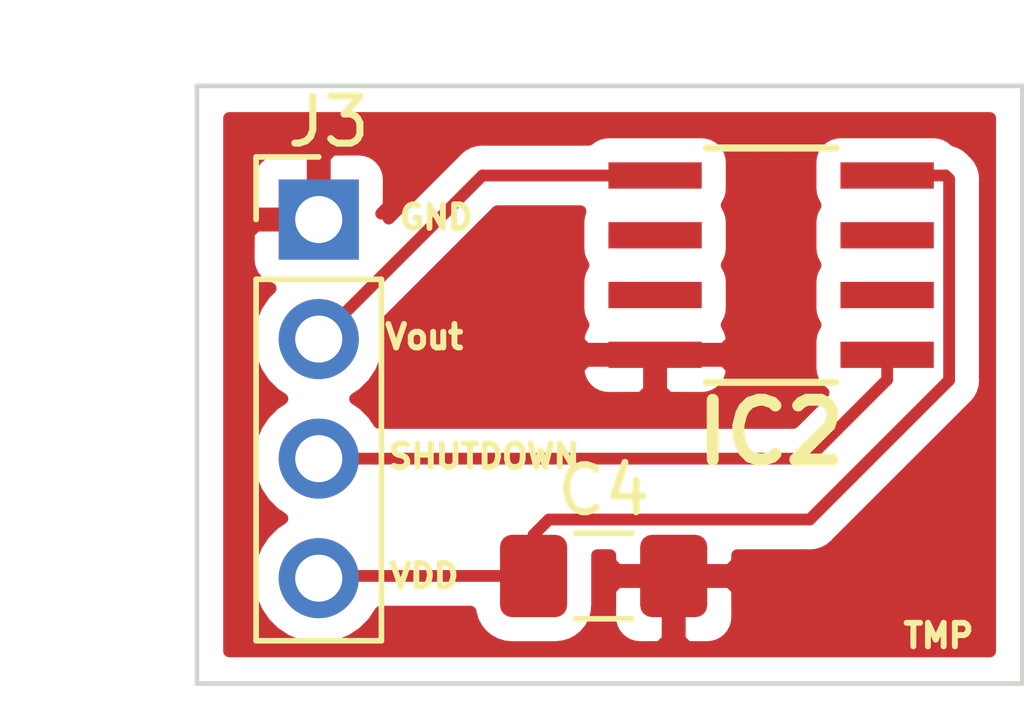
<source format=kicad_pcb>
(kicad_pcb (version 20171130) (host pcbnew "(5.1.5)-3")

  (general
    (thickness 1.6)
    (drawings 9)
    (tracks 15)
    (zones 0)
    (modules 3)
    (nets 9)
  )

  (page A4)
  (layers
    (0 F.Cu signal)
    (31 B.Cu signal)
    (32 B.Adhes user)
    (33 F.Adhes user)
    (34 B.Paste user)
    (35 F.Paste user)
    (36 B.SilkS user)
    (37 F.SilkS user)
    (38 B.Mask user)
    (39 F.Mask user)
    (40 Dwgs.User user)
    (41 Cmts.User user)
    (42 Eco1.User user)
    (43 Eco2.User user)
    (44 Edge.Cuts user)
    (45 Margin user)
    (46 B.CrtYd user)
    (47 F.CrtYd user)
    (48 B.Fab user)
    (49 F.Fab user)
  )

  (setup
    (last_trace_width 0.25)
    (trace_clearance 0.2)
    (zone_clearance 0.508)
    (zone_45_only no)
    (trace_min 0.2)
    (via_size 0.8)
    (via_drill 0.4)
    (via_min_size 0.4)
    (via_min_drill 0.3)
    (uvia_size 0.3)
    (uvia_drill 0.1)
    (uvias_allowed no)
    (uvia_min_size 0.2)
    (uvia_min_drill 0.1)
    (edge_width 0.1)
    (segment_width 0.2)
    (pcb_text_width 0.3)
    (pcb_text_size 1.5 1.5)
    (mod_edge_width 0.15)
    (mod_text_size 1 1)
    (mod_text_width 0.15)
    (pad_size 1.524 1.524)
    (pad_drill 0.762)
    (pad_to_mask_clearance 0)
    (aux_axis_origin 0 0)
    (visible_elements 7FFFFFFF)
    (pcbplotparams
      (layerselection 0x010fc_ffffffff)
      (usegerberextensions false)
      (usegerberattributes false)
      (usegerberadvancedattributes false)
      (creategerberjobfile false)
      (excludeedgelayer true)
      (linewidth 0.100000)
      (plotframeref false)
      (viasonmask false)
      (mode 1)
      (useauxorigin false)
      (hpglpennumber 1)
      (hpglpenspeed 20)
      (hpglpendiameter 15.000000)
      (psnegative false)
      (psa4output false)
      (plotreference true)
      (plotvalue true)
      (plotinvisibletext false)
      (padsonsilk false)
      (subtractmaskfromsilk false)
      (outputformat 1)
      (mirror false)
      (drillshape 0)
      (scaleselection 1)
      (outputdirectory ""))
  )

  (net 0 "")
  (net 1 "Net-(C4-Pad1)")
  (net 2 GND)
  (net 3 "Net-(IC2-Pad1)")
  (net 4 "Net-(IC2-Pad2)")
  (net 5 "Net-(IC2-Pad3)")
  (net 6 "Net-(IC2-Pad5)")
  (net 7 "Net-(IC2-Pad6)")
  (net 8 "Net-(IC2-Pad7)")

  (net_class Default "Dit is de standaard class."
    (clearance 0.2)
    (trace_width 0.25)
    (via_dia 0.8)
    (via_drill 0.4)
    (uvia_dia 0.3)
    (uvia_drill 0.1)
    (add_net GND)
    (add_net "Net-(C4-Pad1)")
    (add_net "Net-(IC2-Pad1)")
    (add_net "Net-(IC2-Pad2)")
    (add_net "Net-(IC2-Pad3)")
    (add_net "Net-(IC2-Pad5)")
    (add_net "Net-(IC2-Pad6)")
    (add_net "Net-(IC2-Pad7)")
  )

  (module Capacitor_SMD:C_1206_3216Metric_Pad1.42x1.75mm_HandSolder (layer F.Cu) (tedit 5B301BBE) (tstamp 6034E2AB)
    (at 75.184 55.626)
    (descr "Capacitor SMD 1206 (3216 Metric), square (rectangular) end terminal, IPC_7351 nominal with elongated pad for handsoldering. (Body size source: http://www.tortai-tech.com/upload/download/2011102023233369053.pdf), generated with kicad-footprint-generator")
    (tags "capacitor handsolder")
    (path /602E0FB3)
    (attr smd)
    (fp_text reference C4 (at 0 -1.82) (layer F.SilkS)
      (effects (font (size 1 1) (thickness 0.15)))
    )
    (fp_text value 100nF (at 0 1.82) (layer F.Fab)
      (effects (font (size 1 1) (thickness 0.15)))
    )
    (fp_line (start -1.6 0.8) (end -1.6 -0.8) (layer F.Fab) (width 0.1))
    (fp_line (start -1.6 -0.8) (end 1.6 -0.8) (layer F.Fab) (width 0.1))
    (fp_line (start 1.6 -0.8) (end 1.6 0.8) (layer F.Fab) (width 0.1))
    (fp_line (start 1.6 0.8) (end -1.6 0.8) (layer F.Fab) (width 0.1))
    (fp_line (start -0.602064 -0.91) (end 0.602064 -0.91) (layer F.SilkS) (width 0.12))
    (fp_line (start -0.602064 0.91) (end 0.602064 0.91) (layer F.SilkS) (width 0.12))
    (fp_line (start -2.45 1.12) (end -2.45 -1.12) (layer F.CrtYd) (width 0.05))
    (fp_line (start -2.45 -1.12) (end 2.45 -1.12) (layer F.CrtYd) (width 0.05))
    (fp_line (start 2.45 -1.12) (end 2.45 1.12) (layer F.CrtYd) (width 0.05))
    (fp_line (start 2.45 1.12) (end -2.45 1.12) (layer F.CrtYd) (width 0.05))
    (fp_text user %R (at 0 0) (layer F.Fab)
      (effects (font (size 0.8 0.8) (thickness 0.12)))
    )
    (pad 1 smd roundrect (at -1.4875 0) (size 1.425 1.75) (layers F.Cu F.Paste F.Mask) (roundrect_rratio 0.175439)
      (net 1 "Net-(C4-Pad1)"))
    (pad 2 smd roundrect (at 1.4875 0) (size 1.425 1.75) (layers F.Cu F.Paste F.Mask) (roundrect_rratio 0.175439)
      (net 2 GND))
    (model ${KISYS3DMOD}/Capacitor_SMD.3dshapes/C_1206_3216Metric.wrl
      (at (xyz 0 0 0))
      (scale (xyz 1 1 1))
      (rotate (xyz 0 0 0))
    )
  )

  (module TMP36GSZ:SOIC127P600X175-8N (layer F.Cu) (tedit 0) (tstamp 6034E2E2)
    (at 78.74 49.022)
    (descr SOIC127P600X175-8N)
    (tags "Integrated Circuit")
    (path /602D05E5)
    (attr smd)
    (fp_text reference IC2 (at 0 3.556) (layer F.SilkS)
      (effects (font (size 1.27 1.27) (thickness 0.254)))
    )
    (fp_text value TMP36GSZ (at -2.794 -7.112) (layer F.SilkS) hide
      (effects (font (size 1.27 1.27) (thickness 0.254)))
    )
    (fp_text user %R (at -3.4544 -4.445) (layer F.Fab)
      (effects (font (size 1.27 1.27) (thickness 0.254)))
    )
    (fp_line (start -2.0066 -1.651) (end -2.0066 -2.159) (layer F.Fab) (width 0.1524))
    (fp_line (start -2.0066 -2.159) (end -3.0988 -2.159) (layer F.Fab) (width 0.1524))
    (fp_line (start -3.0988 -2.159) (end -3.0988 -1.651) (layer F.Fab) (width 0.1524))
    (fp_line (start -3.0988 -1.651) (end -2.0066 -1.651) (layer F.Fab) (width 0.1524))
    (fp_line (start -2.0066 -0.381) (end -2.0066 -0.889) (layer F.Fab) (width 0.1524))
    (fp_line (start -2.0066 -0.889) (end -3.0988 -0.889) (layer F.Fab) (width 0.1524))
    (fp_line (start -3.0988 -0.889) (end -3.0988 -0.381) (layer F.Fab) (width 0.1524))
    (fp_line (start -3.0988 -0.381) (end -2.0066 -0.381) (layer F.Fab) (width 0.1524))
    (fp_line (start -2.0066 0.889) (end -2.0066 0.381) (layer F.Fab) (width 0.1524))
    (fp_line (start -2.0066 0.381) (end -3.0988 0.381) (layer F.Fab) (width 0.1524))
    (fp_line (start -3.0988 0.381) (end -3.0988 0.889) (layer F.Fab) (width 0.1524))
    (fp_line (start -3.0988 0.889) (end -2.0066 0.889) (layer F.Fab) (width 0.1524))
    (fp_line (start -2.0066 2.159) (end -2.0066 1.651) (layer F.Fab) (width 0.1524))
    (fp_line (start -2.0066 1.651) (end -3.0988 1.651) (layer F.Fab) (width 0.1524))
    (fp_line (start -3.0988 1.651) (end -3.0988 2.159) (layer F.Fab) (width 0.1524))
    (fp_line (start -3.0988 2.159) (end -2.0066 2.159) (layer F.Fab) (width 0.1524))
    (fp_line (start 2.0066 1.651) (end 2.0066 2.159) (layer F.Fab) (width 0.1524))
    (fp_line (start 2.0066 2.159) (end 3.0988 2.159) (layer F.Fab) (width 0.1524))
    (fp_line (start 3.0988 2.159) (end 3.0988 1.651) (layer F.Fab) (width 0.1524))
    (fp_line (start 3.0988 1.651) (end 2.0066 1.651) (layer F.Fab) (width 0.1524))
    (fp_line (start 2.0066 0.381) (end 2.0066 0.889) (layer F.Fab) (width 0.1524))
    (fp_line (start 2.0066 0.889) (end 3.0988 0.889) (layer F.Fab) (width 0.1524))
    (fp_line (start 3.0988 0.889) (end 3.0988 0.381) (layer F.Fab) (width 0.1524))
    (fp_line (start 3.0988 0.381) (end 2.0066 0.381) (layer F.Fab) (width 0.1524))
    (fp_line (start 2.0066 -0.889) (end 2.0066 -0.381) (layer F.Fab) (width 0.1524))
    (fp_line (start 2.0066 -0.381) (end 3.0988 -0.381) (layer F.Fab) (width 0.1524))
    (fp_line (start 3.0988 -0.381) (end 3.0988 -0.889) (layer F.Fab) (width 0.1524))
    (fp_line (start 3.0988 -0.889) (end 2.0066 -0.889) (layer F.Fab) (width 0.1524))
    (fp_line (start 2.0066 -2.159) (end 2.0066 -1.651) (layer F.Fab) (width 0.1524))
    (fp_line (start 2.0066 -1.651) (end 3.0988 -1.651) (layer F.Fab) (width 0.1524))
    (fp_line (start 3.0988 -1.651) (end 3.0988 -2.159) (layer F.Fab) (width 0.1524))
    (fp_line (start 3.0988 -2.159) (end 2.0066 -2.159) (layer F.Fab) (width 0.1524))
    (fp_line (start -2.0066 2.4892) (end 2.0066 2.4892) (layer F.Fab) (width 0.1524))
    (fp_line (start 2.0066 2.4892) (end 2.0066 -2.4892) (layer F.Fab) (width 0.1524))
    (fp_line (start 2.0066 -2.4892) (end 0.3048 -2.4892) (layer F.Fab) (width 0.1524))
    (fp_line (start 0.3048 -2.4892) (end -0.3048 -2.4892) (layer F.Fab) (width 0.1524))
    (fp_line (start -0.3048 -2.4892) (end -2.0066 -2.4892) (layer F.Fab) (width 0.1524))
    (fp_line (start -2.0066 -2.4892) (end -2.0066 2.4892) (layer F.Fab) (width 0.1524))
    (fp_line (start -1.3716 2.4892) (end 1.3716 2.4892) (layer F.SilkS) (width 0.1524))
    (fp_line (start 1.3716 -2.4892) (end 0.3048 -2.4892) (layer F.SilkS) (width 0.1524))
    (fp_line (start 0.3048 -2.4892) (end -0.3048 -2.4892) (layer F.SilkS) (width 0.1524))
    (fp_line (start -0.3048 -2.4892) (end -1.3716 -2.4892) (layer F.SilkS) (width 0.1524))
    (pad 1 smd rect (at -2.4638 -1.905 90) (size 0.5588 1.9812) (layers F.Cu F.Paste F.Mask)
      (net 3 "Net-(IC2-Pad1)"))
    (pad 2 smd rect (at -2.4638 -0.635 90) (size 0.5588 1.9812) (layers F.Cu F.Paste F.Mask)
      (net 4 "Net-(IC2-Pad2)"))
    (pad 3 smd rect (at -2.4638 0.635 90) (size 0.5588 1.9812) (layers F.Cu F.Paste F.Mask)
      (net 5 "Net-(IC2-Pad3)"))
    (pad 4 smd rect (at -2.4638 1.905 90) (size 0.5588 1.9812) (layers F.Cu F.Paste F.Mask)
      (net 2 GND))
    (pad 5 smd rect (at 2.4638 1.905 90) (size 0.5588 1.9812) (layers F.Cu F.Paste F.Mask)
      (net 6 "Net-(IC2-Pad5)"))
    (pad 6 smd rect (at 2.4638 0.635 90) (size 0.5588 1.9812) (layers F.Cu F.Paste F.Mask)
      (net 7 "Net-(IC2-Pad6)"))
    (pad 7 smd rect (at 2.4638 -0.635 90) (size 0.5588 1.9812) (layers F.Cu F.Paste F.Mask)
      (net 8 "Net-(IC2-Pad7)"))
    (pad 8 smd rect (at 2.4638 -1.905 90) (size 0.5588 1.9812) (layers F.Cu F.Paste F.Mask)
      (net 1 "Net-(C4-Pad1)"))
  )

  (module Connector_PinHeader_2.54mm:PinHeader_1x04_P2.54mm_Vertical (layer F.Cu) (tedit 59FED5CC) (tstamp 6034E2FA)
    (at 69.135001 48.053001)
    (descr "Through hole straight pin header, 1x04, 2.54mm pitch, single row")
    (tags "Through hole pin header THT 1x04 2.54mm single row")
    (path /6037CB84)
    (fp_text reference J3 (at 0.206999 -2.079001) (layer F.SilkS)
      (effects (font (size 1 1) (thickness 0.15)))
    )
    (fp_text value Conn_01x04_Male (at 0 9.95) (layer F.Fab)
      (effects (font (size 1 1) (thickness 0.15)))
    )
    (fp_line (start -0.635 -1.27) (end 1.27 -1.27) (layer F.Fab) (width 0.1))
    (fp_line (start 1.27 -1.27) (end 1.27 8.89) (layer F.Fab) (width 0.1))
    (fp_line (start 1.27 8.89) (end -1.27 8.89) (layer F.Fab) (width 0.1))
    (fp_line (start -1.27 8.89) (end -1.27 -0.635) (layer F.Fab) (width 0.1))
    (fp_line (start -1.27 -0.635) (end -0.635 -1.27) (layer F.Fab) (width 0.1))
    (fp_line (start -1.33 8.95) (end 1.33 8.95) (layer F.SilkS) (width 0.12))
    (fp_line (start -1.33 1.27) (end -1.33 8.95) (layer F.SilkS) (width 0.12))
    (fp_line (start 1.33 1.27) (end 1.33 8.95) (layer F.SilkS) (width 0.12))
    (fp_line (start -1.33 1.27) (end 1.33 1.27) (layer F.SilkS) (width 0.12))
    (fp_line (start -1.33 0) (end -1.33 -1.33) (layer F.SilkS) (width 0.12))
    (fp_line (start -1.33 -1.33) (end 0 -1.33) (layer F.SilkS) (width 0.12))
    (fp_line (start -1.8 -1.8) (end -1.8 9.4) (layer F.CrtYd) (width 0.05))
    (fp_line (start -1.8 9.4) (end 1.8 9.4) (layer F.CrtYd) (width 0.05))
    (fp_line (start 1.8 9.4) (end 1.8 -1.8) (layer F.CrtYd) (width 0.05))
    (fp_line (start 1.8 -1.8) (end -1.8 -1.8) (layer F.CrtYd) (width 0.05))
    (fp_text user %R (at 0 3.81 90) (layer F.Fab)
      (effects (font (size 1 1) (thickness 0.15)))
    )
    (pad 1 thru_hole rect (at 0 0) (size 1.7 1.7) (drill 1) (layers *.Cu *.Mask)
      (net 2 GND))
    (pad 2 thru_hole oval (at 0 2.54) (size 1.7 1.7) (drill 1) (layers *.Cu *.Mask)
      (net 3 "Net-(IC2-Pad1)"))
    (pad 3 thru_hole oval (at 0 5.08) (size 1.7 1.7) (drill 1) (layers *.Cu *.Mask)
      (net 6 "Net-(IC2-Pad5)"))
    (pad 4 thru_hole oval (at 0 7.62) (size 1.7 1.7) (drill 1) (layers *.Cu *.Mask)
      (net 1 "Net-(C4-Pad1)"))
    (model ${KISYS3DMOD}/Connector_PinHeader_2.54mm.3dshapes/PinHeader_1x04_P2.54mm_Vertical.wrl
      (at (xyz 0 0 0))
      (scale (xyz 1 1 1))
      (rotate (xyz 0 0 0))
    )
  )

  (gr_text TMP (at 82.296 56.896) (layer F.SilkS)
    (effects (font (size 0.5 0.5) (thickness 0.125)))
  )
  (gr_text Vout (at 71.374 50.546) (layer F.SilkS)
    (effects (font (size 0.5 0.5) (thickness 0.125)))
  )
  (gr_text SHUTDOWN (at 72.644 53.086) (layer F.SilkS)
    (effects (font (size 0.5 0.5) (thickness 0.125)))
  )
  (gr_text VDD (at 71.374 55.626) (layer F.SilkS)
    (effects (font (size 0.5 0.5) (thickness 0.125)))
  )
  (gr_text GND (at 71.628 48.006) (layer F.SilkS)
    (effects (font (size 0.5 0.5) (thickness 0.125)))
  )
  (gr_line (start 66.548 57.912) (end 66.548 45.212) (layer Edge.Cuts) (width 0.1) (tstamp 6034E43F))
  (gr_line (start 84.074 57.912) (end 66.548 57.912) (layer Edge.Cuts) (width 0.1))
  (gr_line (start 84.074 45.212) (end 84.074 57.912) (layer Edge.Cuts) (width 0.1))
  (gr_line (start 66.548 45.212) (end 84.074 45.212) (layer Edge.Cuts) (width 0.1))

  (segment (start 69.182002 55.626) (end 69.135001 55.673001) (width 0.25) (layer F.Cu) (net 1))
  (segment (start 73.6965 55.626) (end 69.182002 55.626) (width 0.25) (layer F.Cu) (net 1))
  (segment (start 73.6965 54.751) (end 73.6965 55.626) (width 0.25) (layer F.Cu) (net 1))
  (segment (start 74.02151 54.42599) (end 73.6965 54.751) (width 0.25) (layer F.Cu) (net 1))
  (segment (start 79.559812 54.42599) (end 74.02151 54.42599) (width 0.25) (layer F.Cu) (net 1))
  (segment (start 82.519401 51.466401) (end 79.559812 54.42599) (width 0.25) (layer F.Cu) (net 1))
  (segment (start 82.519401 47.192001) (end 82.519401 51.466401) (width 0.25) (layer F.Cu) (net 1))
  (segment (start 82.4444 47.117) (end 82.519401 47.192001) (width 0.25) (layer F.Cu) (net 1))
  (segment (start 81.2038 47.117) (end 82.4444 47.117) (width 0.25) (layer F.Cu) (net 1))
  (segment (start 72.611002 47.117) (end 69.135001 50.593001) (width 0.25) (layer F.Cu) (net 3))
  (segment (start 76.2762 47.117) (end 72.611002 47.117) (width 0.25) (layer F.Cu) (net 3))
  (segment (start 70.337082 53.133001) (end 69.135001 53.133001) (width 0.25) (layer F.Cu) (net 6))
  (segment (start 79.527199 53.133001) (end 70.337082 53.133001) (width 0.25) (layer F.Cu) (net 6))
  (segment (start 81.2038 51.4564) (end 79.527199 53.133001) (width 0.25) (layer F.Cu) (net 6))
  (segment (start 81.2038 50.927) (end 81.2038 51.4564) (width 0.25) (layer F.Cu) (net 6))

  (zone (net 2) (net_name GND) (layer F.Cu) (tstamp 6036523B) (hatch edge 0.508)
    (connect_pads (clearance 0.508))
    (min_thickness 0.254)
    (fill yes (arc_segments 32) (thermal_gap 0.508) (thermal_bridge_width 0.508))
    (polygon
      (pts
        (xy 83.82 57.658) (xy 66.802 57.658) (xy 66.802 45.466) (xy 83.82 45.466)
      )
    )
    (filled_polygon
      (pts
        (xy 83.389001 57.227) (xy 67.233 57.227) (xy 67.233 48.903001) (xy 67.646929 48.903001) (xy 67.659189 49.027483)
        (xy 67.695499 49.147181) (xy 67.754464 49.257495) (xy 67.833816 49.354186) (xy 67.930507 49.433538) (xy 68.040821 49.492503)
        (xy 68.113381 49.514514) (xy 67.981526 49.646369) (xy 67.819011 49.88959) (xy 67.707069 50.159843) (xy 67.650001 50.446741)
        (xy 67.650001 50.739261) (xy 67.707069 51.026159) (xy 67.819011 51.296412) (xy 67.981526 51.539633) (xy 68.188369 51.746476)
        (xy 68.362761 51.863001) (xy 68.188369 51.979526) (xy 67.981526 52.186369) (xy 67.819011 52.42959) (xy 67.707069 52.699843)
        (xy 67.650001 52.986741) (xy 67.650001 53.279261) (xy 67.707069 53.566159) (xy 67.819011 53.836412) (xy 67.981526 54.079633)
        (xy 68.188369 54.286476) (xy 68.362761 54.403001) (xy 68.188369 54.519526) (xy 67.981526 54.726369) (xy 67.819011 54.96959)
        (xy 67.707069 55.239843) (xy 67.650001 55.526741) (xy 67.650001 55.819261) (xy 67.707069 56.106159) (xy 67.819011 56.376412)
        (xy 67.981526 56.619633) (xy 68.188369 56.826476) (xy 68.43159 56.988991) (xy 68.701843 57.100933) (xy 68.988741 57.158001)
        (xy 69.281261 57.158001) (xy 69.568159 57.100933) (xy 69.838412 56.988991) (xy 70.081633 56.826476) (xy 70.288476 56.619633)
        (xy 70.444585 56.386) (xy 72.359224 56.386) (xy 72.362992 56.424254) (xy 72.413528 56.59085) (xy 72.495595 56.744386)
        (xy 72.606038 56.878962) (xy 72.740614 56.989405) (xy 72.89415 57.071472) (xy 73.060746 57.122008) (xy 73.234 57.139072)
        (xy 74.159 57.139072) (xy 74.332254 57.122008) (xy 74.49885 57.071472) (xy 74.652386 56.989405) (xy 74.786962 56.878962)
        (xy 74.897405 56.744386) (xy 74.979472 56.59085) (xy 75.006727 56.501) (xy 75.320928 56.501) (xy 75.333188 56.625482)
        (xy 75.369498 56.74518) (xy 75.428463 56.855494) (xy 75.507815 56.952185) (xy 75.604506 57.031537) (xy 75.71482 57.090502)
        (xy 75.834518 57.126812) (xy 75.959 57.139072) (xy 76.38575 57.136) (xy 76.5445 56.97725) (xy 76.5445 55.753)
        (xy 76.7985 55.753) (xy 76.7985 56.97725) (xy 76.95725 57.136) (xy 77.384 57.139072) (xy 77.508482 57.126812)
        (xy 77.62818 57.090502) (xy 77.738494 57.031537) (xy 77.835185 56.952185) (xy 77.914537 56.855494) (xy 77.973502 56.74518)
        (xy 78.009812 56.625482) (xy 78.022072 56.501) (xy 78.019 55.91175) (xy 77.86025 55.753) (xy 76.7985 55.753)
        (xy 76.5445 55.753) (xy 75.48275 55.753) (xy 75.324 55.91175) (xy 75.320928 56.501) (xy 75.006727 56.501)
        (xy 75.030008 56.424254) (xy 75.047072 56.251) (xy 75.047072 55.18599) (xy 75.323196 55.18599) (xy 75.324 55.34025)
        (xy 75.48275 55.499) (xy 76.5445 55.499) (xy 76.5445 55.479) (xy 76.7985 55.479) (xy 76.7985 55.499)
        (xy 77.86025 55.499) (xy 78.019 55.34025) (xy 78.019804 55.18599) (xy 79.52249 55.18599) (xy 79.559812 55.189666)
        (xy 79.597134 55.18599) (xy 79.597145 55.18599) (xy 79.708798 55.174993) (xy 79.852059 55.131536) (xy 79.984088 55.060964)
        (xy 80.099813 54.965991) (xy 80.123616 54.936987) (xy 83.030404 52.0302) (xy 83.059402 52.006402) (xy 83.091408 51.967403)
        (xy 83.154375 51.890678) (xy 83.224947 51.758648) (xy 83.231533 51.736937) (xy 83.268404 51.615387) (xy 83.279401 51.503734)
        (xy 83.279401 51.503724) (xy 83.283077 51.466401) (xy 83.279401 51.429078) (xy 83.279401 47.229323) (xy 83.283077 47.192)
        (xy 83.279401 47.154678) (xy 83.279401 47.154668) (xy 83.268404 47.043015) (xy 83.224947 46.899754) (xy 83.154375 46.767725)
        (xy 83.059402 46.652) (xy 83.030403 46.628201) (xy 83.008202 46.606) (xy 82.984401 46.576999) (xy 82.868676 46.482026)
        (xy 82.736647 46.411454) (xy 82.64059 46.382316) (xy 82.548894 46.307063) (xy 82.43858 46.248098) (xy 82.318882 46.211788)
        (xy 82.1944 46.199528) (xy 80.2132 46.199528) (xy 80.088718 46.211788) (xy 79.96902 46.248098) (xy 79.858706 46.307063)
        (xy 79.762015 46.386415) (xy 79.682663 46.483106) (xy 79.623698 46.59342) (xy 79.587388 46.713118) (xy 79.575128 46.8376)
        (xy 79.575128 47.3964) (xy 79.587388 47.520882) (xy 79.623698 47.64058) (xy 79.682663 47.750894) (xy 79.683571 47.752)
        (xy 79.682663 47.753106) (xy 79.623698 47.86342) (xy 79.587388 47.983118) (xy 79.575128 48.1076) (xy 79.575128 48.6664)
        (xy 79.587388 48.790882) (xy 79.623698 48.91058) (xy 79.682663 49.020894) (xy 79.683571 49.022) (xy 79.682663 49.023106)
        (xy 79.623698 49.13342) (xy 79.587388 49.253118) (xy 79.575128 49.3776) (xy 79.575128 49.9364) (xy 79.587388 50.060882)
        (xy 79.623698 50.18058) (xy 79.682663 50.290894) (xy 79.683571 50.292) (xy 79.682663 50.293106) (xy 79.623698 50.40342)
        (xy 79.587388 50.523118) (xy 79.575128 50.6476) (xy 79.575128 51.2064) (xy 79.587388 51.330882) (xy 79.623698 51.45058)
        (xy 79.682663 51.560894) (xy 79.762015 51.657585) (xy 79.853079 51.732319) (xy 79.212398 52.373001) (xy 70.413179 52.373001)
        (xy 70.288476 52.186369) (xy 70.081633 51.979526) (xy 69.907241 51.863001) (xy 70.081633 51.746476) (xy 70.288476 51.539633)
        (xy 70.450991 51.296412) (xy 70.485644 51.21275) (xy 74.6506 51.21275) (xy 74.660092 51.3324) (xy 74.696693 51.45201)
        (xy 74.755925 51.56218) (xy 74.835511 51.658679) (xy 74.932395 51.737796) (xy 75.042852 51.796493) (xy 75.162638 51.832512)
        (xy 75.287149 51.84447) (xy 75.99045 51.8414) (xy 76.1492 51.68265) (xy 76.1492 51.054) (xy 76.4032 51.054)
        (xy 76.4032 51.68265) (xy 76.56195 51.8414) (xy 77.265251 51.84447) (xy 77.389762 51.832512) (xy 77.509548 51.796493)
        (xy 77.620005 51.737796) (xy 77.716889 51.658679) (xy 77.796475 51.56218) (xy 77.855707 51.45201) (xy 77.892308 51.3324)
        (xy 77.9018 51.21275) (xy 77.74305 51.054) (xy 76.4032 51.054) (xy 76.1492 51.054) (xy 74.80935 51.054)
        (xy 74.6506 51.21275) (xy 70.485644 51.21275) (xy 70.562933 51.026159) (xy 70.620001 50.739261) (xy 70.620001 50.446741)
        (xy 70.57621 50.226593) (xy 72.925804 47.877) (xy 74.691979 47.877) (xy 74.659788 47.983118) (xy 74.647528 48.1076)
        (xy 74.647528 48.6664) (xy 74.659788 48.790882) (xy 74.696098 48.91058) (xy 74.755063 49.020894) (xy 74.755971 49.022)
        (xy 74.755063 49.023106) (xy 74.696098 49.13342) (xy 74.659788 49.253118) (xy 74.647528 49.3776) (xy 74.647528 49.9364)
        (xy 74.659788 50.060882) (xy 74.696098 50.18058) (xy 74.755063 50.290894) (xy 74.755885 50.291895) (xy 74.696693 50.40199)
        (xy 74.660092 50.5216) (xy 74.6506 50.64125) (xy 74.80935 50.8) (xy 76.1492 50.8) (xy 76.1492 50.78)
        (xy 76.4032 50.78) (xy 76.4032 50.8) (xy 77.74305 50.8) (xy 77.9018 50.64125) (xy 77.892308 50.5216)
        (xy 77.855707 50.40199) (xy 77.796515 50.291895) (xy 77.797337 50.290894) (xy 77.856302 50.18058) (xy 77.892612 50.060882)
        (xy 77.904872 49.9364) (xy 77.904872 49.3776) (xy 77.892612 49.253118) (xy 77.856302 49.13342) (xy 77.797337 49.023106)
        (xy 77.796429 49.022) (xy 77.797337 49.020894) (xy 77.856302 48.91058) (xy 77.892612 48.790882) (xy 77.904872 48.6664)
        (xy 77.904872 48.1076) (xy 77.892612 47.983118) (xy 77.856302 47.86342) (xy 77.797337 47.753106) (xy 77.796429 47.752)
        (xy 77.797337 47.750894) (xy 77.856302 47.64058) (xy 77.892612 47.520882) (xy 77.904872 47.3964) (xy 77.904872 46.8376)
        (xy 77.892612 46.713118) (xy 77.856302 46.59342) (xy 77.797337 46.483106) (xy 77.717985 46.386415) (xy 77.621294 46.307063)
        (xy 77.51098 46.248098) (xy 77.391282 46.211788) (xy 77.2668 46.199528) (xy 75.2856 46.199528) (xy 75.161118 46.211788)
        (xy 75.04142 46.248098) (xy 74.931106 46.307063) (xy 74.870257 46.357) (xy 72.648327 46.357) (xy 72.611002 46.353324)
        (xy 72.573677 46.357) (xy 72.573669 46.357) (xy 72.462016 46.367997) (xy 72.318755 46.411454) (xy 72.186726 46.482026)
        (xy 72.071001 46.576999) (xy 72.047203 46.605997) (xy 70.620001 48.033199) (xy 70.620001 47.925999) (xy 70.461253 47.925999)
        (xy 70.620001 47.767251) (xy 70.623073 47.203001) (xy 70.610813 47.078519) (xy 70.574503 46.958821) (xy 70.515538 46.848507)
        (xy 70.436186 46.751816) (xy 70.339495 46.672464) (xy 70.229181 46.613499) (xy 70.109483 46.577189) (xy 69.985001 46.564929)
        (xy 69.420751 46.568001) (xy 69.262001 46.726751) (xy 69.262001 47.926001) (xy 69.282001 47.926001) (xy 69.282001 48.180001)
        (xy 69.262001 48.180001) (xy 69.262001 48.200001) (xy 69.008001 48.200001) (xy 69.008001 48.180001) (xy 67.808751 48.180001)
        (xy 67.650001 48.338751) (xy 67.646929 48.903001) (xy 67.233 48.903001) (xy 67.233 47.203001) (xy 67.646929 47.203001)
        (xy 67.650001 47.767251) (xy 67.808751 47.926001) (xy 69.008001 47.926001) (xy 69.008001 46.726751) (xy 68.849251 46.568001)
        (xy 68.285001 46.564929) (xy 68.160519 46.577189) (xy 68.040821 46.613499) (xy 67.930507 46.672464) (xy 67.833816 46.751816)
        (xy 67.754464 46.848507) (xy 67.695499 46.958821) (xy 67.659189 47.078519) (xy 67.646929 47.203001) (xy 67.233 47.203001)
        (xy 67.233 45.897) (xy 83.389 45.897)
      )
    )
  )
)

</source>
